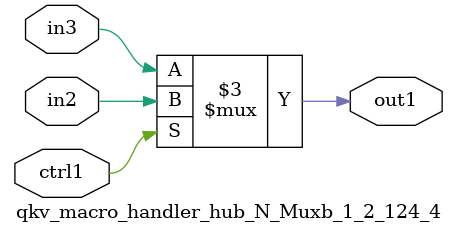
<source format=v>

`timescale 1ps / 1ps


module qkv_macro_handler_hub_N_Muxb_1_2_124_4( in3, in2, ctrl1, out1 );

    input in3;
    input in2;
    input ctrl1;
    output out1;
    reg out1;

    
    // rtl_process:qkv_macro_handler_hub_N_Muxb_1_2_124_4/qkv_macro_handler_hub_N_Muxb_1_2_124_4_thread_1
    always @*
      begin : qkv_macro_handler_hub_N_Muxb_1_2_124_4_thread_1
        case (ctrl1) 
          1'b1: 
            begin
              out1 = in2;
            end
          default: 
            begin
              out1 = in3;
            end
        endcase
      end

endmodule



</source>
